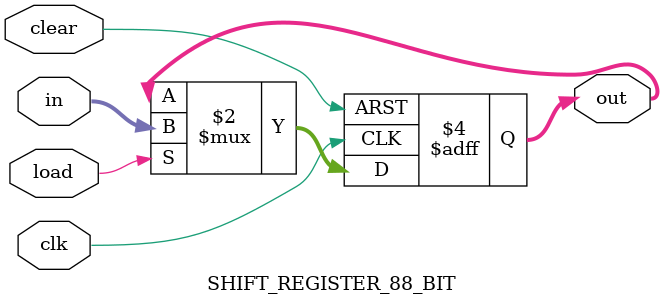
<source format=v>

`timescale 1ns/1ps

module SHIFT_REGISTER_88_BIT(clk, clear, load, in, out);
	input clk, clear, load;
	input[87:0] in;
	output reg[87:0] out;

	always @(posedge clk or posedge clear) begin
		if (clear)
			out <= 88'b0;
		else if (load) 
			out <= in;
	end
endmodule

</source>
